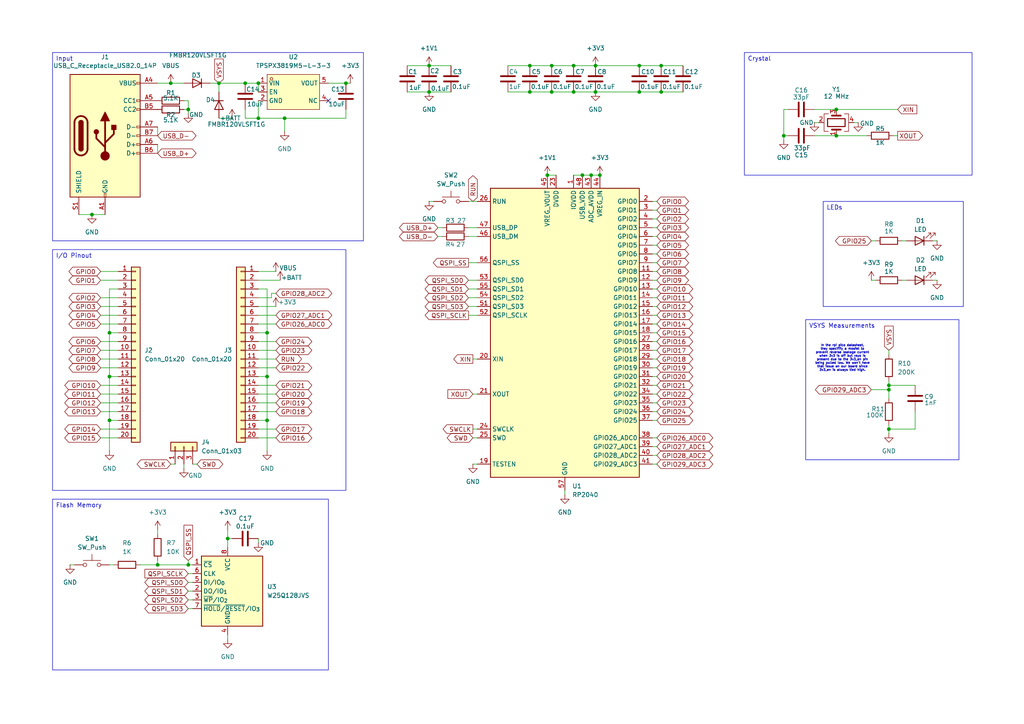
<source format=kicad_sch>
(kicad_sch (version 20250114) (generator "eeschema") (generator_version "9.0")
  (paper "A4")
  (lib_symbols
    (symbol "Connector:USB_C_Receptacle_USB2.0_14P" (pin_names (offset 1.016))
      (property "Reference" "J" (at 0 22.225 0))
      (property "Value" "USB_C_Receptacle_USB2.0_14P" (at 0 19.685 0))
      (symbol "USB_C_Receptacle_USB2.0_14P_1_1"
        (pin passive line (at -7.62 -22.86 90) (length 5.08) (name "SHIELD") (number "S1"))
        (pin passive line (at 0 -22.86 90) (length 5.08) (name "GND") (number "A1"))
        (pin passive line (at 0 -22.86 90) (length 5.08) (hide yes) (name "GND") (number "A12"))
        (pin passive line (at 0 -22.86 90) (length 5.08) (hide yes) (name "GND") (number "B1"))
        (pin passive line (at 0 -22.86 90) (length 5.08) (hide yes) (name "GND") (number "B12"))
        (pin passive line (at 15.24 15.24 180) (length 5.08) (name "VBUS") (number "A4"))
        (pin passive line (at 15.24 15.24 180) (length 5.08) (hide yes) (name "VBUS") (number "A9"))
        (pin passive line (at 15.24 15.24 180) (length 5.08) (hide yes) (name "VBUS") (number "B4"))
        (pin passive line (at 15.24 15.24 180) (length 5.08) (hide yes) (name "VBUS") (number "B9"))
        (pin bidirectional line (at 15.24 10.16 180) (length 5.08) (name "CC1") (number "A5"))
        (pin bidirectional line (at 15.24 7.62 180) (length 5.08) (name "CC2") (number "B5"))
        (pin bidirectional line (at 15.24 2.54 180) (length 5.08) (name "D-") (number "A7"))
        (pin bidirectional line (at 15.24 0 180) (length 5.08) (name "D-") (number "B7"))
        (pin bidirectional line (at 15.24 -2.54 180) (length 5.08) (name "D+") (number "A6"))
        (pin bidirectional line (at 15.24 -5.08 180) (length 5.08) (name "D+") (number "B6"))
      )
    )
    (symbol "Connector_Generic:Conn_01x03" (pin_names (offset 1.016) (hide yes))
      (property "Reference" "J" (at 0 5.08 0))
      (property "Value" "Conn_01x03" (at 0 -5.08 0))
      (symbol "Conn_01x03_1_1"
        (pin passive line (at -5.08 2.54 0) (length 3.81) (name "Pin_1") (number "1"))
        (pin passive line (at -5.08 0 0) (length 3.81) (name "Pin_2") (number "2"))
        (pin passive line (at -5.08 -2.54 0) (length 3.81) (name "Pin_3") (number "3"))
      )
    )
    (symbol "Connector_Generic:Conn_01x20" (pin_names (offset 1.016) (hide yes))
      (property "Reference" "J" (at 0 25.4 0))
      (property "Value" "Conn_01x20" (at 0 -27.94 0))
      (symbol "Conn_01x20_1_1"
        (pin passive line (at -5.08 22.86 0) (length 3.81) (name "Pin_1") (number "1"))
        (pin passive line (at -5.08 20.32 0) (length 3.81) (name "Pin_2") (number "2"))
        (pin passive line (at -5.08 17.78 0) (length 3.81) (name "Pin_3") (number "3"))
        (pin passive line (at -5.08 15.24 0) (length 3.81) (name "Pin_4") (number "4"))
        (pin passive line (at -5.08 12.7 0) (length 3.81) (name "Pin_5") (number "5"))
        (pin passive line (at -5.08 10.16 0) (length 3.81) (name "Pin_6") (number "6"))
        (pin passive line (at -5.08 7.62 0) (length 3.81) (name "Pin_7") (number "7"))
        (pin passive line (at -5.08 5.08 0) (length 3.81) (name "Pin_8") (number "8"))
        (pin passive line (at -5.08 2.54 0) (length 3.81) (name "Pin_9") (number "9"))
        (pin passive line (at -5.08 0 0) (length 3.81) (name "Pin_10") (number "10"))
        (pin passive line (at -5.08 -2.54 0) (length 3.81) (name "Pin_11") (number "11"))
        (pin passive line (at -5.08 -5.08 0) (length 3.81) (name "Pin_12") (number "12"))
        (pin passive line (at -5.08 -7.62 0) (length 3.81) (name "Pin_13") (number "13"))
        (pin passive line (at -5.08 -10.16 0) (length 3.81) (name "Pin_14") (number "14"))
        (pin passive line (at -5.08 -12.7 0) (length 3.81) (name "Pin_15") (number "15"))
        (pin passive line (at -5.08 -15.24 0) (length 3.81) (name "Pin_16") (number "16"))
        (pin passive line (at -5.08 -17.78 0) (length 3.81) (name "Pin_17") (number "17"))
        (pin passive line (at -5.08 -20.32 0) (length 3.81) (name "Pin_18") (number "18"))
        (pin passive line (at -5.08 -22.86 0) (length 3.81) (name "Pin_19") (number "19"))
        (pin passive line (at -5.08 -25.4 0) (length 3.81) (name "Pin_20") (number "20"))
      )
    )
    (symbol "Device:C" (pin_numbers (hide yes)) (pin_names (offset 0.254))
      (property "Reference" "C" (at 0.635 2.54 0))
      (property "Value" "C" (at 0.635 -2.54 0))
      (symbol "C_1_1"
        (pin passive line (at 0 3.81 270) (length 2.794) (name "~") (number "1"))
        (pin passive line (at 0 -3.81 90) (length 2.794) (name "~") (number "2"))
      )
    )
    (symbol "Device:Crystal_GND24" (pin_names (offset 1.016) (hide yes))
      (property "Reference" "Y" (at 3.175 5.08 0))
      (property "Value" "Crystal_GND24" (at 3.175 3.175 0))
      (symbol "Crystal_GND24_1_1"
        (pin passive line (at -3.81 0 0) (length 1.27) (name "1") (number "1"))
        (pin passive line (at 0 5.08 270) (length 1.27) (name "2") (number "2"))
        (pin passive line (at 0 -5.08 90) (length 1.27) (name "4") (number "4"))
        (pin passive line (at 3.81 0 180) (length 1.27) (name "3") (number "3"))
      )
    )
    (symbol "Device:D" (pin_numbers (hide yes)) (pin_names (offset 1.016) (hide yes))
      (property "Reference" "D" (at 0 2.54 0))
      (property "Value" "D" (at 0 -2.54 0))
      (symbol "D_1_1"
        (pin passive line (at -3.81 0 0) (length 2.54) (name "K") (number "1"))
        (pin passive line (at 3.81 0 180) (length 2.54) (name "A") (number "2"))
      )
    )
    (symbol "Device:LED" (pin_numbers (hide yes)) (pin_names (offset 1.016) (hide yes))
      (property "Reference" "D" (at 0 2.54 0))
      (property "Value" "LED" (at 0 -2.54 0))
      (symbol "LED_1_1"
        (pin passive line (at -3.81 0 0) (length 2.54) (name "K") (number "1"))
        (pin passive line (at 3.81 0 180) (length 2.54) (name "A") (number "2"))
      )
    )
    (symbol "Device:R" (pin_numbers (hide yes)) (pin_names (offset 0))
      (property "Reference" "R" (at 2.032 0 90))
      (property "Value" "R" (at 0 0 90))
      (symbol "R_1_1"
        (pin passive line (at 0 3.81 270) (length 1.27) (name "~") (number "1"))
        (pin passive line (at 0 -3.81 90) (length 1.27) (name "~") (number "2"))
      )
    )
    (symbol "EasyEDA:TPSPX3819M5-L-3-3"
      (property "Reference" "U" (at 0 2.54 0))
      (property "Value" "TPSPX3819M5-L-3-3" (at 0 -12.7 0))
      (symbol "TPSPX3819M5-L-3-3_0_1"
        (pin unspecified line (at 0 -2.54 0) (length 2.54) (name "VIN") (number "1"))
        (pin unspecified line (at 0 -5.08 0) (length 2.54) (name "EN") (number "3"))
        (pin unspecified line (at 0 -7.62 0) (length 2.54) (name "GND") (number "2"))
        (pin unspecified line (at 20.32 -2.54 180) (length 2.54) (name "VOUT") (number "5"))
        (pin unspecified line (at 20.32 -7.62 180) (length 2.54) (name "NC") (number "4"))
      )
    )
    (symbol "MCU_RaspberryPi:RP2040"
      (property "Reference" "U" (at 17.78 45.72 0))
      (property "Value" "RP2040" (at 17.78 43.18 0))
      (symbol "RP2040_1_1"
        (pin input line (at -25.4 38.1 0) (length 3.81) (name "RUN") (number "26"))
        (pin bidirectional line (at -25.4 30.48 0) (length 3.81) (name "USB_DP") (number "47"))
        (pin bidirectional line (at -25.4 27.94 0) (length 3.81) (name "USB_DM") (number "46"))
        (pin bidirectional line (at -25.4 20.32 0) (length 3.81) (name "QSPI_SS") (number "56"))
        (pin bidirectional line (at -25.4 15.24 0) (length 3.81) (name "QSPI_SD0") (number "53"))
        (pin bidirectional line (at -25.4 12.7 0) (length 3.81) (name "QSPI_SD1") (number "55"))
        (pin bidirectional line (at -25.4 10.16 0) (length 3.81) (name "QSPI_SD2") (number "54"))
        (pin bidirectional line (at -25.4 7.62 0) (length 3.81) (name "QSPI_SD3") (number "51"))
        (pin output line (at -25.4 5.08 0) (length 3.81) (name "QSPI_SCLK") (number "52"))
        (pin input line (at -25.4 -7.62 0) (length 3.81) (name "XIN") (number "20"))
        (pin passive line (at -25.4 -17.78 0) (length 3.81) (name "XOUT") (number "21"))
        (pin input line (at -25.4 -27.94 0) (length 3.81) (name "SWCLK") (number "24"))
        (pin bidirectional line (at -25.4 -30.48 0) (length 3.81) (name "SWD") (number "25"))
        (pin input line (at -25.4 -38.1 0) (length 3.81) (name "TESTEN") (number "19"))
        (pin power_out line (at -5.08 45.72 270) (length 3.81) (name "VREG_VOUT") (number "45"))
        (pin power_in line (at -2.54 45.72 270) (length 3.81) (name "DVDD") (number "23"))
        (pin passive line (at -2.54 45.72 270) (length 3.81) (hide yes) (name "DVDD") (number "50"))
        (pin power_in line (at 0 -45.72 90) (length 3.81) (name "GND") (number "57"))
        (pin power_in line (at 2.54 45.72 270) (length 3.81) (name "IOVDD") (number "1"))
        (pin passive line (at 2.54 45.72 270) (length 3.81) (hide yes) (name "IOVDD") (number "10"))
        (pin passive line (at 2.54 45.72 270) (length 3.81) (hide yes) (name "IOVDD") (number "22"))
        (pin passive line (at 2.54 45.72 270) (length 3.81) (hide yes) (name "IOVDD") (number "33"))
        (pin passive line (at 2.54 45.72 270) (length 3.81) (hide yes) (name "IOVDD") (number "42"))
        (pin passive line (at 2.54 45.72 270) (length 3.81) (hide yes) (name "IOVDD") (number "49"))
        (pin power_in line (at 5.08 45.72 270) (length 3.81) (name "USB_VDD") (number "48"))
        (pin power_in line (at 7.62 45.72 270) (length 3.81) (name "ADC_AVDD") (number "43"))
        (pin power_in line (at 10.16 45.72 270) (length 3.81) (name "VREG_IN") (number "44"))
        (pin bidirectional line (at 25.4 38.1 180) (length 3.81) (name "GPIO0") (number "2"))
        (pin bidirectional line (at 25.4 35.56 180) (length 3.81) (name "GPIO1") (number "3"))
        (pin bidirectional line (at 25.4 33.02 180) (length 3.81) (name "GPIO2") (number "4"))
        (pin bidirectional line (at 25.4 30.48 180) (length 3.81) (name "GPIO3") (number "5"))
        (pin bidirectional line (at 25.4 27.94 180) (length 3.81) (name "GPIO4") (number "6"))
        (pin bidirectional line (at 25.4 25.4 180) (length 3.81) (name "GPIO5") (number "7"))
        (pin bidirectional line (at 25.4 22.86 180) (length 3.81) (name "GPIO6") (number "8"))
        (pin bidirectional line (at 25.4 20.32 180) (length 3.81) (name "GPIO7") (number "9"))
        (pin bidirectional line (at 25.4 17.78 180) (length 3.81) (name "GPIO8") (number "11"))
        (pin bidirectional line (at 25.4 15.24 180) (length 3.81) (name "GPIO9") (number "12"))
        (pin bidirectional line (at 25.4 12.7 180) (length 3.81) (name "GPIO10") (number "13"))
        (pin bidirectional line (at 25.4 10.16 180) (length 3.81) (name "GPIO11") (number "14"))
        (pin bidirectional line (at 25.4 7.62 180) (length 3.81) (name "GPIO12") (number "15"))
        (pin bidirectional line (at 25.4 5.08 180) (length 3.81) (name "GPIO13") (number "16"))
        (pin bidirectional line (at 25.4 2.54 180) (length 3.81) (name "GPIO14") (number "17"))
        (pin bidirectional line (at 25.4 0 180) (length 3.81) (name "GPIO15") (number "18"))
        (pin bidirectional line (at 25.4 -2.54 180) (length 3.81) (name "GPIO16") (number "27"))
        (pin bidirectional line (at 25.4 -5.08 180) (length 3.81) (name "GPIO17") (number "28"))
        (pin bidirectional line (at 25.4 -7.62 180) (length 3.81) (name "GPIO18") (number "29"))
        (pin bidirectional line (at 25.4 -10.16 180) (length 3.81) (name "GPIO19") (number "30"))
        (pin bidirectional line (at 25.4 -12.7 180) (length 3.81) (name "GPIO20") (number "31"))
        (pin bidirectional line (at 25.4 -15.24 180) (length 3.81) (name "GPIO21") (number "32"))
        (pin bidirectional line (at 25.4 -17.78 180) (length 3.81) (name "GPIO22") (number "34"))
        (pin bidirectional line (at 25.4 -20.32 180) (length 3.81) (name "GPIO23") (number "35"))
        (pin bidirectional line (at 25.4 -22.86 180) (length 3.81) (name "GPIO24") (number "36"))
        (pin bidirectional line (at 25.4 -25.4 180) (length 3.81) (name "GPIO25") (number "37"))
        (pin bidirectional line (at 25.4 -30.48 180) (length 3.81) (name "GPIO26_ADC0") (number "38"))
        (pin bidirectional line (at 25.4 -33.02 180) (length 3.81) (name "GPIO27_ADC1") (number "39"))
        (pin bidirectional line (at 25.4 -35.56 180) (length 3.81) (name "GPIO28_ADC2") (number "40"))
        (pin bidirectional line (at 25.4 -38.1 180) (length 3.81) (name "GPIO29_ADC3") (number "41"))
      )
    )
    (symbol "Memory_Flash:W25Q128JVS"
      (property "Reference" "U" (at -6.35 11.43 0))
      (property "Value" "W25Q128JVS" (at 7.62 11.43 0))
      (symbol "W25Q128JVS_1_1"
        (pin input line (at -10.16 7.62 0) (length 2.54) (name "~{CS}") (number "1"))
        (pin input line (at -10.16 5.08 0) (length 2.54) (name "CLK") (number "6"))
        (pin bidirectional line (at -10.16 2.54 0) (length 2.54) (name "DI/IO_{0}") (number "5"))
        (pin bidirectional line (at -10.16 0 0) (length 2.54) (name "DO/IO_{1}") (number "2"))
        (pin bidirectional line (at -10.16 -2.54 0) (length 2.54) (name "~{WP}/IO_{2}") (number "3"))
        (pin bidirectional line (at -10.16 -5.08 0) (length 2.54) (name "~{HOLD}/~{RESET}/IO_{3}") (number "7"))
        (pin power_in line (at 0 12.7 270) (length 2.54) (name "VCC") (number "8"))
        (pin power_in line (at 0 -12.7 90) (length 2.54) (name "GND") (number "4"))
      )
    )
    (symbol "Switch:SW_Push" (pin_numbers (hide yes)) (pin_names (offset 1.016) (hide yes))
      (property "Reference" "SW" (at 1.27 2.54 0))
      (property "Value" "SW_Push" (at 0 -1.524 0))
      (symbol "SW_Push_0_1"
        (pin passive line (at -5.08 0 0) (length 2.54) (name "1") (number "1"))
        (pin passive line (at 5.08 0 180) (length 2.54) (name "2") (number "2"))
      )
    )
    (symbol "power:+1V1" (power) (pin_numbers (hide yes)) (pin_names (offset 0) (hide yes))
      (property "Value" "+1V1" (at 0 3.556 0))
      (symbol "+1V1_1_1"
        (pin power_in line (at 0 0 90) (length 0) (name "~") (number "1"))
      )
    )
    (symbol "power:+3V3" (power) (pin_numbers (hide yes)) (pin_names (offset 0) (hide yes))
      (property "Value" "+3V3" (at 0 3.556 0))
      (symbol "+3V3_1_1"
        (pin power_in line (at 0 0 90) (length 0) (name "~") (number "1"))
      )
    )
    (symbol "power:+BATT" (power) (pin_numbers (hide yes)) (pin_names (offset 0) (hide yes))
      (property "Value" "+BATT" (at 0 3.556 0))
      (symbol "+BATT_1_1"
        (pin power_in line (at 0 0 90) (length 0) (name "~") (number "1"))
      )
    )
    (symbol "power:GND" (power) (pin_numbers (hide yes)) (pin_names (offset 0) (hide yes))
      (property "Value" "GND" (at 0 -3.81 0))
      (symbol "GND_1_1"
        (pin power_in line (at 0 0 270) (length 0) (name "~") (number "1"))
      )
    )
    (symbol "power:VBUS" (power) (pin_numbers (hide yes)) (pin_names (offset 0) (hide yes))
      (property "Value" "VBUS" (at 0 3.556 0))
      (symbol "VBUS_1_1"
        (pin power_in line (at 0 0 90) (length 0) (name "~") (number "1"))
      )
    )
  )
  (text "In the rpi pico datasheet,\nthey specifify a mosfet to\nprevent reverse leakage current\nwhen 3v3 is off but vsys is\npresent due to the 3v3_en pin\nbeing pulled low. We won't have\nthat issue on our board since\n3v3_en is always tied high." (at 244.348 103.886 0) (effects (font (size 0.635 0.635))))
  (text_box "Input\n" (at 15.24 15.24 0) (size 90.17 54.61) (margins 0.9525 0.9525 0.9525 0.9525) (effects (font (size 1.27 1.27)) (justify left top)))
  (text_box "LEDs" (at 238.76 58.42 0) (size 40.64 30.48) (margins 0.9525 0.9525 0.9525 0.9525) (effects (font (size 1.27 1.27)) (justify left top)))
  (text_box "VSYS Measurements" (at 233.68 92.71 0) (size 44.45 40.64) (margins 0.9525 0.9525 0.9525 0.9525) (effects (font (size 1.27 1.27)) (justify left top)))
  (text_box "Flash Memory\n" (at 15.24 144.78 0) (size 80.01 49.53) (margins 0.9525 0.9525 0.9525 0.9525) (effects (font (size 1.27 1.27)) (justify left top)))
  (text_box "I/O Pinout" (at 15.24 72.39 0) (size 85.09 69.85) (margins 0.9525 0.9525 0.9525 0.9525) (effects (font (size 1.27 1.27)) (justify left top)))
  (text_box "Crystal" (at 215.9 15.24 0) (size 66.04 35.56) (margins 0.9525 0.9525 0.9525 0.9525) (effects (font (size 1.27 1.27)) (justify left top)))
  (junction (at 100.33 24.13))
  (junction (at 168.91 50.8))
  (junction (at 66.04 156.21))
  (junction (at 242.57 39.37))
  (junction (at 191.77 19.05))
  (junction (at 227.33 39.37))
  (junction (at 173.99 50.8))
  (junction (at 26.67 62.23))
  (junction (at 63.5 24.13))
  (junction (at 49.53 24.13))
  (junction (at 257.81 113.03))
  (junction (at 77.47 121.92))
  (junction (at 77.47 109.22))
  (junction (at 71.12 24.13))
  (junction (at 31.75 96.52))
  (junction (at 82.55 34.29))
  (junction (at 153.67 26.67))
  (junction (at 45.72 163.83))
  (junction (at 160.02 26.67))
  (junction (at 160.02 19.05))
  (junction (at 31.75 109.22))
  (junction (at 242.57 31.75))
  (junction (at 191.77 26.67))
  (junction (at 74.93 24.13))
  (junction (at 185.42 19.05))
  (junction (at 77.47 96.52))
  (junction (at 74.93 34.29))
  (junction (at 124.46 19.05))
  (junction (at 257.81 111.76))
  (junction (at 172.72 19.05))
  (junction (at 166.37 26.67))
  (junction (at 257.81 124.46))
  (junction (at 158.75 50.8))
  (junction (at 172.72 26.67))
  (junction (at 124.46 26.67))
  (junction (at 185.42 26.67))
  (junction (at 54.61 31.75))
  (junction (at 153.67 19.05))
  (junction (at 171.45 50.8))
  (junction (at 54.61 163.83))
  (junction (at 31.75 121.92))
  (junction (at 166.37 19.05))
  (no_connect (at 95.25 29.21))
  (wire (pts (xy 190.5 132.08) (xy 189.23 132.08)))
  (wire (pts (xy 257.81 124.46) (xy 265.43 124.46)))
  (wire (pts (xy 190.5 104.14) (xy 189.23 104.14)))
  (wire (pts (xy 74.93 99.06) (xy 80.01 99.06)))
  (wire (pts (xy 29.21 119.38) (xy 34.29 119.38)))
  (wire (pts (xy 135.89 88.9) (xy 138.43 88.9)))
  (wire (pts (xy 74.93 109.22) (xy 77.47 109.22)))
  (wire (pts (xy 190.5 88.9) (xy 189.23 88.9)))
  (wire (pts (xy 74.93 124.46) (xy 80.01 124.46)))
  (wire (pts (xy 189.23 121.92) (xy 190.5 121.92)))
  (wire (pts (xy 147.32 26.67) (xy 153.67 26.67)))
  (wire (pts (xy 78.74 86.36) (xy 78.74 85.09)))
  (wire (pts (xy 137.16 134.62) (xy 138.43 134.62)))
  (wire (pts (xy 26.67 62.23) (xy 30.48 62.23)))
  (wire (pts (xy 153.67 19.05) (xy 160.02 19.05)))
  (wire (pts (xy 166.37 19.05) (xy 172.72 19.05)))
  (wire (pts (xy 262.89 81.28) (xy 261.62 81.28)))
  (wire (pts (xy 137.16 127) (xy 138.43 127)))
  (wire (pts (xy 29.21 127) (xy 34.29 127)))
  (wire (pts (xy 74.93 106.68) (xy 80.01 106.68)))
  (wire (pts (xy 74.93 111.76) (xy 80.01 111.76)))
  (wire (pts (xy 29.21 114.3) (xy 34.29 114.3)))
  (wire (pts (xy 172.72 19.05) (xy 185.42 19.05)))
  (wire (pts (xy 252.73 81.28) (xy 254 81.28)))
  (wire (pts (xy 54.61 166.37) (xy 55.88 166.37)))
  (wire (pts (xy 118.11 19.05) (xy 124.46 19.05)))
  (wire (pts (xy 82.55 34.29) (xy 100.33 34.29)))
  (wire (pts (xy 31.75 163.83) (xy 33.02 163.83)))
  (wire (pts (xy 74.93 114.3) (xy 80.01 114.3)))
  (wire (pts (xy 74.93 34.29) (xy 82.55 34.29)))
  (wire (pts (xy 74.93 86.36) (xy 78.74 86.36)))
  (wire (pts (xy 45.72 153.67) (xy 45.72 154.94)))
  (wire (pts (xy 171.45 50.8) (xy 173.99 50.8)))
  (wire (pts (xy 78.74 85.09) (xy 80.01 85.09)))
  (wire (pts (xy 227.33 39.37) (xy 228.6 39.37)))
  (wire (pts (xy 82.55 38.1) (xy 82.55 34.29)))
  (wire (pts (xy 124.46 26.67) (xy 130.81 26.67)))
  (wire (pts (xy 63.5 24.13) (xy 71.12 24.13)))
  (wire (pts (xy 135.89 86.36) (xy 138.43 86.36)))
  (wire (pts (xy 29.21 81.28) (xy 34.29 81.28)))
  (wire (pts (xy 45.72 162.56) (xy 45.72 163.83)))
  (wire (pts (xy 190.5 81.28) (xy 189.23 81.28)))
  (wire (pts (xy 74.93 96.52) (xy 77.47 96.52)))
  (wire (pts (xy 77.47 96.52) (xy 77.47 109.22)))
  (wire (pts (xy 127 68.58) (xy 128.27 68.58)))
  (wire (pts (xy 190.5 129.54) (xy 189.23 129.54)))
  (wire (pts (xy 190.5 106.68) (xy 189.23 106.68)))
  (wire (pts (xy 29.21 93.98) (xy 34.29 93.98)))
  (wire (pts (xy 29.21 86.36) (xy 34.29 86.36)))
  (wire (pts (xy 29.21 116.84) (xy 34.29 116.84)))
  (wire (pts (xy 54.61 29.21) (xy 54.61 31.75)))
  (wire (pts (xy 74.93 29.21) (xy 74.93 34.29)))
  (wire (pts (xy 190.5 68.58) (xy 189.23 68.58)))
  (wire (pts (xy 135.89 83.82) (xy 138.43 83.82)))
  (wire (pts (xy 236.22 31.75) (xy 242.57 31.75)))
  (wire (pts (xy 66.04 185.42) (xy 66.04 184.15)))
  (wire (pts (xy 190.5 63.5) (xy 189.23 63.5)))
  (wire (pts (xy 53.34 29.21) (xy 54.61 29.21)))
  (wire (pts (xy 135.89 68.58) (xy 138.43 68.58)))
  (wire (pts (xy 257.81 111.76) (xy 265.43 111.76)))
  (wire (pts (xy 135.89 58.42) (xy 138.43 58.42)))
  (wire (pts (xy 29.21 104.14) (xy 34.29 104.14)))
  (wire (pts (xy 124.46 19.05) (xy 130.81 19.05)))
  (wire (pts (xy 57.15 134.62) (xy 55.88 134.62)))
  (wire (pts (xy 77.47 83.82) (xy 77.47 96.52)))
  (wire (pts (xy 190.5 71.12) (xy 189.23 71.12)))
  (wire (pts (xy 29.21 101.6) (xy 34.29 101.6)))
  (wire (pts (xy 190.5 119.38) (xy 189.23 119.38)))
  (wire (pts (xy 74.93 91.44) (xy 80.01 91.44)))
  (wire (pts (xy 190.5 83.82) (xy 189.23 83.82)))
  (wire (pts (xy 190.5 134.62) (xy 189.23 134.62)))
  (wire (pts (xy 257.81 125.73) (xy 257.81 124.46)))
  (wire (pts (xy 257.81 111.76) (xy 257.81 110.49)))
  (wire (pts (xy 100.33 34.29) (xy 100.33 31.75)))
  (wire (pts (xy 166.37 26.67) (xy 172.72 26.67)))
  (wire (pts (xy 190.5 66.04) (xy 189.23 66.04)))
  (wire (pts (xy 45.72 163.83) (xy 54.61 163.83)))
  (wire (pts (xy 190.5 116.84) (xy 189.23 116.84)))
  (wire (pts (xy 127 66.04) (xy 128.27 66.04)))
  (wire (pts (xy 53.34 24.13) (xy 49.53 24.13)))
  (wire (pts (xy 190.5 93.98) (xy 189.23 93.98)))
  (wire (pts (xy 190.5 60.96) (xy 189.23 60.96)))
  (wire (pts (xy 158.75 50.8) (xy 161.29 50.8)))
  (wire (pts (xy 135.89 66.04) (xy 138.43 66.04)))
  (wire (pts (xy 60.96 24.13) (xy 63.5 24.13)))
  (wire (pts (xy 118.11 26.67) (xy 124.46 26.67)))
  (wire (pts (xy 54.61 162.56) (xy 54.61 163.83)))
  (wire (pts (xy 29.21 91.44) (xy 34.29 91.44)))
  (wire (pts (xy 74.93 101.6) (xy 80.01 101.6)))
  (wire (pts (xy 31.75 96.52) (xy 31.75 109.22)))
  (wire (pts (xy 190.5 96.52) (xy 189.23 96.52)))
  (wire (pts (xy 74.93 81.28) (xy 81.28 81.28)))
  (wire (pts (xy 66.04 153.67) (xy 66.04 156.21)))
  (wire (pts (xy 190.5 101.6) (xy 189.23 101.6)))
  (wire (pts (xy 135.89 91.44) (xy 138.43 91.44)))
  (wire (pts (xy 190.5 127) (xy 189.23 127)))
  (wire (pts (xy 74.93 121.92) (xy 77.47 121.92)))
  (wire (pts (xy 190.5 73.66) (xy 189.23 73.66)))
  (wire (pts (xy 271.78 81.28) (xy 270.51 81.28)))
  (wire (pts (xy 74.93 127) (xy 80.01 127)))
  (wire (pts (xy 71.12 34.29) (xy 74.93 34.29)))
  (wire (pts (xy 29.21 124.46) (xy 34.29 124.46)))
  (wire (pts (xy 172.72 26.67) (xy 185.42 26.67)))
  (wire (pts (xy 247.65 35.56) (xy 248.92 35.56)))
  (wire (pts (xy 66.04 156.21) (xy 66.04 158.75)))
  (wire (pts (xy 271.78 69.85) (xy 270.51 69.85)))
  (wire (pts (xy 29.21 88.9) (xy 34.29 88.9)))
  (wire (pts (xy 190.5 78.74) (xy 189.23 78.74)))
  (wire (pts (xy 74.93 116.84) (xy 80.01 116.84)))
  (wire (pts (xy 190.5 111.76) (xy 189.23 111.76)))
  (wire (pts (xy 74.93 88.9) (xy 80.01 88.9)))
  (wire (pts (xy 34.29 96.52) (xy 31.75 96.52)))
  (wire (pts (xy 135.89 76.2) (xy 138.43 76.2)))
  (wire (pts (xy 74.93 83.82) (xy 77.47 83.82)))
  (wire (pts (xy 135.89 81.28) (xy 138.43 81.28)))
  (wire (pts (xy 160.02 19.05) (xy 166.37 19.05)))
  (wire (pts (xy 54.61 171.45) (xy 55.88 171.45)))
  (wire (pts (xy 54.61 176.53) (xy 55.88 176.53)))
  (wire (pts (xy 257.81 101.6) (xy 257.81 102.87)))
  (wire (pts (xy 54.61 173.99) (xy 55.88 173.99)))
  (wire (pts (xy 236.22 35.56) (xy 237.49 35.56)))
  (wire (pts (xy 153.67 26.67) (xy 160.02 26.67)))
  (wire (pts (xy 257.81 113.03) (xy 257.81 115.57)))
  (wire (pts (xy 77.47 121.92) (xy 77.47 109.22)))
  (wire (pts (xy 31.75 83.82) (xy 31.75 96.52)))
  (wire (pts (xy 252.73 69.85) (xy 254 69.85)))
  (wire (pts (xy 77.47 121.92) (xy 77.47 130.81)))
  (wire (pts (xy 74.93 156.21) (xy 74.93 157.48)))
  (wire (pts (xy 227.33 31.75) (xy 227.33 39.37)))
  (wire (pts (xy 29.21 99.06) (xy 34.29 99.06)))
  (wire (pts (xy 185.42 26.67) (xy 191.77 26.67)))
  (wire (pts (xy 45.72 41.91) (xy 45.72 44.45)))
  (wire (pts (xy 71.12 34.29) (xy 71.12 31.75)))
  (wire (pts (xy 40.64 163.83) (xy 45.72 163.83)))
  (wire (pts (xy 190.5 86.36) (xy 189.23 86.36)))
  (wire (pts (xy 147.32 19.05) (xy 153.67 19.05)))
  (wire (pts (xy 49.53 134.62) (xy 50.8 134.62)))
  (wire (pts (xy 74.93 24.13) (xy 74.93 26.67)))
  (wire (pts (xy 137.16 114.3) (xy 138.43 114.3)))
  (wire (pts (xy 54.61 163.83) (xy 55.88 163.83)))
  (wire (pts (xy 63.5 34.29) (xy 67.31 34.29)))
  (wire (pts (xy 80.01 78.74) (xy 74.93 78.74)))
  (wire (pts (xy 29.21 78.74) (xy 34.29 78.74)))
  (wire (pts (xy 262.89 69.85) (xy 261.62 69.85)))
  (wire (pts (xy 95.25 24.13) (xy 100.33 24.13)))
  (wire (pts (xy 228.6 31.75) (xy 227.33 31.75)))
  (wire (pts (xy 166.37 50.8) (xy 168.91 50.8)))
  (wire (pts (xy 191.77 26.67) (xy 198.12 26.67)))
  (wire (pts (xy 191.77 19.05) (xy 198.12 19.05)))
  (wire (pts (xy 190.5 114.3) (xy 189.23 114.3)))
  (wire (pts (xy 160.02 26.67) (xy 166.37 26.67)))
  (wire (pts (xy 31.75 109.22) (xy 31.75 121.92)))
  (wire (pts (xy 31.75 121.92) (xy 34.29 121.92)))
  (wire (pts (xy 74.93 93.98) (xy 80.01 93.98)))
  (wire (pts (xy 100.33 24.13) (xy 101.6 24.13)))
  (wire (pts (xy 252.73 113.03) (xy 257.81 113.03)))
  (wire (pts (xy 54.61 168.91) (xy 55.88 168.91)))
  (wire (pts (xy 137.16 104.14) (xy 138.43 104.14)))
  (wire (pts (xy 259.08 39.37) (xy 260.35 39.37)))
  (wire (pts (xy 190.5 76.2) (xy 189.23 76.2)))
  (wire (pts (xy 29.21 111.76) (xy 34.29 111.76)))
  (wire (pts (xy 227.33 40.64) (xy 227.33 39.37)))
  (wire (pts (xy 74.93 119.38) (xy 80.01 119.38)))
  (wire (pts (xy 34.29 83.82) (xy 31.75 83.82)))
  (wire (pts (xy 63.5 24.13) (xy 63.5 26.67)))
  (wire (pts (xy 190.5 58.42) (xy 189.23 58.42)))
  (wire (pts (xy 29.21 106.68) (xy 34.29 106.68)))
  (wire (pts (xy 265.43 124.46) (xy 265.43 119.38)))
  (wire (pts (xy 124.46 58.42) (xy 125.73 58.42)))
  (wire (pts (xy 53.34 31.75) (xy 54.61 31.75)))
  (wire (pts (xy 31.75 109.22) (xy 34.29 109.22)))
  (wire (pts (xy 168.91 50.8) (xy 171.45 50.8)))
  (wire (pts (xy 257.81 124.46) (xy 257.81 123.19)))
  (wire (pts (xy 20.32 163.83) (xy 21.59 163.83)))
  (wire (pts (xy 163.83 143.51) (xy 163.83 142.24)))
  (wire (pts (xy 54.61 33.02) (xy 54.61 31.75)))
  (wire (pts (xy 137.16 124.46) (xy 138.43 124.46)))
  (wire (pts (xy 53.34 135.89) (xy 53.34 134.62)))
  (wire (pts (xy 74.93 104.14) (xy 80.01 104.14)))
  (wire (pts (xy 190.5 99.06) (xy 189.23 99.06)))
  (wire (pts (xy 242.57 39.37) (xy 251.46 39.37)))
  (wire (pts (xy 190.5 109.22) (xy 189.23 109.22)))
  (wire (pts (xy 71.12 24.13) (xy 74.93 24.13)))
  (wire (pts (xy 22.86 62.23) (xy 26.67 62.23)))
  (wire (pts (xy 190.5 91.44) (xy 189.23 91.44)))
  (wire (pts (xy 257.81 113.03) (xy 257.81 111.76)))
  (wire (pts (xy 45.72 36.83) (xy 45.72 39.37)))
  (wire (pts (xy 31.75 121.92) (xy 31.75 130.81)))
  (wire (pts (xy 185.42 19.05) (xy 191.77 19.05)))
  (wire (pts (xy 45.72 24.13) (xy 49.53 24.13)))
  (wire (pts (xy 67.31 156.21) (xy 66.04 156.21)))
  (wire (pts (xy 236.22 39.37) (xy 242.57 39.37)))
  (wire (pts (xy 242.57 31.75) (xy 260.35 31.75)))
  (global_label "GPIO26_ADC0" (shape bidirectional) (at 190.5 127 0) (property "Intersheetrefs" "${INTERSHEET_REFS}" (effects (hide yes))))
  (global_label "GPIO12" (shape bidirectional) (at 29.21 116.84 180) (property "Intersheetrefs" "${INTERSHEET_REFS}" (effects (hide yes))))
  (global_label "GPIO29_ADC3" (shape bidirectional) (at 190.5 134.62 0) (property "Intersheetrefs" "${INTERSHEET_REFS}" (effects (hide yes))))
  (global_label "SWD" (shape bidirectional) (at 137.16 127 180) (property "Intersheetrefs" "${INTERSHEET_REFS}" (effects (hide yes))))
  (global_label "QSPI_SD0" (shape bidirectional) (at 135.89 81.28 180) (property "Intersheetrefs" "${INTERSHEET_REFS}" (effects (hide yes))))
  (global_label "GPIO14" (shape bidirectional) (at 29.21 124.46 180) (property "Intersheetrefs" "${INTERSHEET_REFS}" (effects (hide yes))))
  (global_label "GPIO28_ADC2" (shape bidirectional) (at 190.5 132.08 0) (property "Intersheetrefs" "${INTERSHEET_REFS}" (effects (hide yes))))
  (global_label "QSPI_SD2" (shape bidirectional) (at 135.89 86.36 180) (property "Intersheetrefs" "${INTERSHEET_REFS}" (effects (hide yes))))
  (global_label "GPIO26_ADC0" (shape bidirectional) (at 80.01 93.98 0) (property "Intersheetrefs" "${INTERSHEET_REFS}" (effects (hide yes))))
  (global_label "GPIO27_ADC1" (shape bidirectional) (at 80.01 91.44 0) (property "Intersheetrefs" "${INTERSHEET_REFS}" (effects (hide yes))))
  (global_label "GPIO14" (shape bidirectional) (at 190.5 93.98 0) (property "Intersheetrefs" "${INTERSHEET_REFS}" (effects (hide yes))))
  (global_label "GPIO17" (shape bidirectional) (at 80.01 124.46 0) (property "Intersheetrefs" "${INTERSHEET_REFS}" (effects (hide yes))))
  (global_label "QSPI_SCLK" (shape input) (at 54.61 166.37 180) (property "Intersheetrefs" "${INTERSHEET_REFS}" (effects (hide yes))))
  (global_label "GPIO0" (shape bidirectional) (at 29.21 78.74 180) (property "Intersheetrefs" "${INTERSHEET_REFS}" (effects (hide yes))))
  (global_label "GPIO17" (shape bidirectional) (at 190.5 101.6 0) (property "Intersheetrefs" "${INTERSHEET_REFS}" (effects (hide yes))))
  (global_label "GPIO21" (shape bidirectional) (at 190.5 111.76 0) (property "Intersheetrefs" "${INTERSHEET_REFS}" (effects (hide yes))))
  (global_label "GPIO9" (shape bidirectional) (at 29.21 106.68 180) (property "Intersheetrefs" "${INTERSHEET_REFS}" (effects (hide yes))))
  (global_label "GPIO0" (shape bidirectional) (at 190.5 58.42 0) (property "Intersheetrefs" "${INTERSHEET_REFS}" (effects (hide yes))))
  (global_label "USB_D+" (shape bidirectional) (at 45.72 44.45 0) (property "Intersheetrefs" "${INTERSHEET_REFS}" (effects (hide yes))))
  (global_label "GPIO20" (shape bidirectional) (at 80.01 114.3 0) (property "Intersheetrefs" "${INTERSHEET_REFS}" (effects (hide yes))))
  (global_label "QSPI_SCLK" (shape output) (at 135.89 91.44 180) (property "Intersheetrefs" "${INTERSHEET_REFS}" (effects (hide yes))))
  (global_label "SWCLK" (shape output) (at 137.16 124.46 180) (property "Intersheetrefs" "${INTERSHEET_REFS}" (effects (hide yes))))
  (global_label "QSPI_SS" (shape output) (at 135.89 76.2 180) (property "Intersheetrefs" "${INTERSHEET_REFS}" (effects (hide yes))))
  (global_label "GPIO1" (shape bidirectional) (at 29.21 81.28 180) (property "Intersheetrefs" "${INTERSHEET_REFS}" (effects (hide yes))))
  (global_label "GPIO1" (shape bidirectional) (at 190.5 60.96 0) (property "Intersheetrefs" "${INTERSHEET_REFS}" (effects (hide yes))))
  (global_label "GPIO11" (shape bidirectional) (at 190.5 86.36 0) (property "Intersheetrefs" "${INTERSHEET_REFS}" (effects (hide yes))))
  (global_label "GPIO19" (shape bidirectional) (at 80.01 116.84 0) (property "Intersheetrefs" "${INTERSHEET_REFS}" (effects (hide yes))))
  (global_label "GPIO11" (shape bidirectional) (at 29.21 114.3 180) (property "Intersheetrefs" "${INTERSHEET_REFS}" (effects (hide yes))))
  (global_label "GPIO16" (shape bidirectional) (at 80.01 127 0) (property "Intersheetrefs" "${INTERSHEET_REFS}" (effects (hide yes))))
  (global_label "GPIO24" (shape bidirectional) (at 80.01 99.06 0) (property "Intersheetrefs" "${INTERSHEET_REFS}" (effects (hide yes))))
  (global_label "GPIO27_ADC1" (shape bidirectional) (at 190.5 129.54 0) (property "Intersheetrefs" "${INTERSHEET_REFS}" (effects (hide yes))))
  (global_label "GPIO2" (shape bidirectional) (at 190.5 63.5 0) (property "Intersheetrefs" "${INTERSHEET_REFS}" (effects (hide yes))))
  (global_label "GPIO8" (shape bidirectional) (at 190.5 78.74 0) (property "Intersheetrefs" "${INTERSHEET_REFS}" (effects (hide yes))))
  (global_label "GPIO16" (shape bidirectional) (at 190.5 99.06 0) (property "Intersheetrefs" "${INTERSHEET_REFS}" (effects (hide yes))))
  (global_label "XIN" (shape input) (at 260.35 31.75 0) (property "Intersheetrefs" "${INTERSHEET_REFS}" (effects (hide yes))))
  (global_label "USB_D-" (shape bidirectional) (at 45.72 39.37 0) (property "Intersheetrefs" "${INTERSHEET_REFS}" (effects (hide yes))))
  (global_label "VSYS" (shape input) (at 257.81 101.6 90) (property "Intersheetrefs" "${INTERSHEET_REFS}" (effects (hide yes))))
  (global_label "GPIO2" (shape bidirectional) (at 29.21 86.36 180) (property "Intersheetrefs" "${INTERSHEET_REFS}" (effects (hide yes))))
  (global_label "GPIO15" (shape bidirectional) (at 190.5 96.52 0) (property "Intersheetrefs" "${INTERSHEET_REFS}" (effects (hide yes))))
  (global_label "GPIO6" (shape bidirectional) (at 190.5 73.66 0) (property "Intersheetrefs" "${INTERSHEET_REFS}" (effects (hide yes))))
  (global_label "GPIO22" (shape bidirectional) (at 80.01 106.68 0) (property "Intersheetrefs" "${INTERSHEET_REFS}" (effects (hide yes))))
  (global_label "GPIO18" (shape bidirectional) (at 80.01 119.38 0) (property "Intersheetrefs" "${INTERSHEET_REFS}" (effects (hide yes))))
  (global_label "GPIO4" (shape bidirectional) (at 29.21 91.44 180) (property "Intersheetrefs" "${INTERSHEET_REFS}" (effects (hide yes))))
  (global_label "RUN" (shape bidirectional) (at 137.16 58.42 90) (property "Intersheetrefs" "${INTERSHEET_REFS}" (effects (hide yes))))
  (global_label "GPIO23" (shape bidirectional) (at 190.5 116.84 0) (property "Intersheetrefs" "${INTERSHEET_REFS}" (effects (hide yes))))
  (global_label "GPIO29_ADC3" (shape bidirectional) (at 252.73 113.03 180) (property "Intersheetrefs" "${INTERSHEET_REFS}" (effects (hide yes))))
  (global_label "GPIO10" (shape bidirectional) (at 190.5 83.82 0) (property "Intersheetrefs" "${INTERSHEET_REFS}" (effects (hide yes))))
  (global_label "GPIO21" (shape bidirectional) (at 80.01 111.76 0) (property "Intersheetrefs" "${INTERSHEET_REFS}" (effects (hide yes))))
  (global_label "GPIO5" (shape bidirectional) (at 29.21 93.98 180) (property "Intersheetrefs" "${INTERSHEET_REFS}" (effects (hide yes))))
  (global_label "QSPI_SD2" (shape bidirectional) (at 54.61 173.99 180) (property "Intersheetrefs" "${INTERSHEET_REFS}" (effects (hide yes))))
  (global_label "GPIO28_ADC2" (shape bidirectional) (at 80.01 85.09 0) (property "Intersheetrefs" "${INTERSHEET_REFS}" (effects (hide yes))))
  (global_label "GPIO24" (shape bidirectional) (at 190.5 119.38 0) (property "Intersheetrefs" "${INTERSHEET_REFS}" (effects (hide yes))))
  (global_label "GPIO3" (shape bidirectional) (at 29.21 88.9 180) (property "Intersheetrefs" "${INTERSHEET_REFS}" (effects (hide yes))))
  (global_label "USB_D-" (shape bidirectional) (at 127 68.58 180) (property "Intersheetrefs" "${INTERSHEET_REFS}" (effects (hide yes))))
  (global_label "QSPI_SD3" (shape bidirectional) (at 135.89 88.9 180) (property "Intersheetrefs" "${INTERSHEET_REFS}" (effects (hide yes))))
  (global_label "GPIO13" (shape bidirectional) (at 190.5 91.44 0) (property "Intersheetrefs" "${INTERSHEET_REFS}" (effects (hide yes))))
  (global_label "GPIO20" (shape bidirectional) (at 190.5 109.22 0) (property "Intersheetrefs" "${INTERSHEET_REFS}" (effects (hide yes))))
  (global_label "GPIO19" (shape bidirectional) (at 190.5 106.68 0) (property "Intersheetrefs" "${INTERSHEET_REFS}" (effects (hide yes))))
  (global_label "RUN" (shape bidirectional) (at 80.01 104.14 0) (property "Intersheetrefs" "${INTERSHEET_REFS}" (effects (hide yes))))
  (global_label "GPIO4" (shape bidirectional) (at 190.5 68.58 0) (property "Intersheetrefs" "${INTERSHEET_REFS}" (effects (hide yes))))
  (global_label "QSPI_SD1" (shape bidirectional) (at 54.61 171.45 180) (property "Intersheetrefs" "${INTERSHEET_REFS}" (effects (hide yes))))
  (global_label "XOUT" (shape output) (at 260.35 39.37 0) (property "Intersheetrefs" "${INTERSHEET_REFS}" (effects (hide yes))))
  (global_label "QSPI_SD3" (shape bidirectional) (at 54.61 176.53 180) (property "Intersheetrefs" "${INTERSHEET_REFS}" (effects (hide yes))))
  (global_label "GPIO10" (shape bidirectional) (at 29.21 111.76 180) (property "Intersheetrefs" "${INTERSHEET_REFS}" (effects (hide yes))))
  (global_label "GPIO13" (shape bidirectional) (at 29.21 119.38 180) (property "Intersheetrefs" "${INTERSHEET_REFS}" (effects (hide yes))))
  (global_label "GPIO15" (shape bidirectional) (at 29.21 127 180) (property "Intersheetrefs" "${INTERSHEET_REFS}" (effects (hide yes))))
  (global_label "USB_D+" (shape bidirectional) (at 127 66.04 180) (property "Intersheetrefs" "${INTERSHEET_REFS}" (effects (hide yes))))
  (global_label "GPIO25" (shape bidirectional) (at 252.73 69.85 180) (property "Intersheetrefs" "${INTERSHEET_REFS}" (effects (hide yes))))
  (global_label "XIN" (shape output) (at 137.16 104.14 180) (property "Intersheetrefs" "${INTERSHEET_REFS}" (effects (hide yes))))
  (global_label "GPIO25" (shape bidirectional) (at 190.5 121.92 0) (property "Intersheetrefs" "${INTERSHEET_REFS}" (effects (hide yes))))
  (global_label "GPIO3" (shape bidirectional) (at 190.5 66.04 0) (property "Intersheetrefs" "${INTERSHEET_REFS}" (effects (hide yes))))
  (global_label "QSPI_SD0" (shape bidirectional) (at 54.61 168.91 180) (property "Intersheetrefs" "${INTERSHEET_REFS}" (effects (hide yes))))
  (global_label "VSYS" (shape input) (at 63.5 24.13 90) (property "Intersheetrefs" "${INTERSHEET_REFS}" (effects (hide yes))))
  (global_label "SWCLK" (shape bidirectional) (at 49.53 134.62 180) (property "Intersheetrefs" "${INTERSHEET_REFS}" (effects (hide yes))))
  (global_label "QSPI_SS" (shape input) (at 54.61 162.56 90) (property "Intersheetrefs" "${INTERSHEET_REFS}" (effects (hide yes))))
  (global_label "GPIO18" (shape bidirectional) (at 190.5 104.14 0) (property "Intersheetrefs" "${INTERSHEET_REFS}" (effects (hide yes))))
  (global_label "GPIO8" (shape bidirectional) (at 29.21 104.14 180) (property "Intersheetrefs" "${INTERSHEET_REFS}" (effects (hide yes))))
  (global_label "GPIO6" (shape bidirectional) (at 29.21 99.06 180) (property "Intersheetrefs" "${INTERSHEET_REFS}" (effects (hide yes))))
  (global_label "GPIO22" (shape bidirectional) (at 190.5 114.3 0) (property "Intersheetrefs" "${INTERSHEET_REFS}" (effects (hide yes))))
  (global_label "GPIO23" (shape bidirectional) (at 80.01 101.6 0) (property "Intersheetrefs" "${INTERSHEET_REFS}" (effects (hide yes))))
  (global_label "QSPI_SD1" (shape bidirectional) (at 135.89 83.82 180) (property "Intersheetrefs" "${INTERSHEET_REFS}" (effects (hide yes))))
  (global_label "GPIO7" (shape bidirectional) (at 29.21 101.6 180) (property "Intersheetrefs" "${INTERSHEET_REFS}" (effects (hide yes))))
  (global_label "GPIO5" (shape bidirectional) (at 190.5 71.12 0) (property "Intersheetrefs" "${INTERSHEET_REFS}" (effects (hide yes))))
  (global_label "GPIO9" (shape bidirectional) (at 190.5 81.28 0) (property "Intersheetrefs" "${INTERSHEET_REFS}" (effects (hide yes))))
  (global_label "GPIO7" (shape bidirectional) (at 190.5 76.2 0) (property "Intersheetrefs" "${INTERSHEET_REFS}" (effects (hide yes))))
  (global_label "SWD" (shape bidirectional) (at 57.15 134.62 0) (property "Intersheetrefs" "${INTERSHEET_REFS}" (effects (hide yes))))
  (global_label "GPIO12" (shape bidirectional) (at 190.5 88.9 0) (property "Intersheetrefs" "${INTERSHEET_REFS}" (effects (hide yes))))
  (global_label "XOUT" (shape input) (at 137.16 114.3 180) (property "Intersheetrefs" "${INTERSHEET_REFS}" (effects (hide yes))))
  (symbol (lib_id "power:GND") (at 271.78 69.85 0) (unit 1)
    (property "Reference" "#PWR027" (effects (hide yes)))
    (property "Value" "GND" (at 271.78 74.93 0))
    (property "Description" "Power symbol creates a global label with name \"GND\" , ground" (effects (hide yes)))
  )
  (symbol (lib_id "power:VBUS") (at 80.01 78.74 0) (unit 1)
    (property "Reference" "#PWR025" (effects (hide yes)))
    (property "Value" "VBUS" (at 83.566 77.724 0))
    (property "Description" "Power symbol creates a global label with name \"VBUS\"" (effects (hide yes)))
  )
  (symbol (lib_id "Device:C") (at 118.11 22.86 0) (unit 1)
    (property "Reference" "C1" (at 118.364 20.828 0) (effects (justify left)))
    (property "Value" "1uF" (at 118.618 25.4 0) (effects (justify left)))
    (property "Footprint" "Capacitor_SMD:C_0402_1005Metric" (effects (hide yes)))
    (property "Description" "Unpolarized capacitor" (effects (hide yes)))
  )
  (symbol (lib_id "power:GND") (at 124.46 58.42 0) (unit 1)
    (property "Reference" "#PWR033" (effects (hide yes)))
    (property "Value" "GND" (at 124.46 63.5 0))
    (property "Description" "Power symbol creates a global label with name \"GND\" , ground" (effects (hide yes)))
  )
  (symbol (lib_id "Device:C") (at 71.12 27.94 0) (unit 1)
    (property "Reference" "C14" (at 71.374 25.908 0) (effects (justify left)))
    (property "Value" "10uF" (at 71.628 30.226 0) (effects (justify left)))
    (property "Footprint" "Capacitor_SMD:C_0603_1608Metric" (effects (hide yes)))
    (property "Description" "Unpolarized capacitor" (effects (hide yes)))
  )
  (symbol (lib_id "power:GND") (at 31.75 130.81 0) (unit 1)
    (property "Reference" "#PWR022" (effects (hide yes)))
    (property "Value" "GND" (at 31.75 135.89 0))
    (property "Description" "Power symbol creates a global label with name \"GND\" , ground" (effects (hide yes)))
  )
  (symbol (lib_id "Device:Crystal_GND24") (at 242.57 35.56 90) (unit 1)
    (property "Reference" "Y1" (at 242.57 25.908 90))
    (property "Value" "12 MHz" (at 242.57 27.94 90))
    (property "Footprint" "Crystal:Crystal_SMD_3225-4Pin_3.2x2.5mm" (effects (hide yes)))
    (property "Description" "Four pin crystal, GND on pins 2 and 4" (effects (hide yes)))
  )
  (symbol (lib_id "Device:C") (at 191.77 22.86 0) (unit 1)
    (property "Reference" "C11" (at 192.278 20.828 0) (effects (justify left)))
    (property "Value" "0.1uF" (at 192.024 25.146 0) (effects (justify left)))
    (property "Footprint" "Capacitor_SMD:C_0402_1005Metric" (effects (hide yes)))
    (property "Description" "Unpolarized capacitor" (effects (hide yes)))
  )
  (symbol (lib_id "Device:D") (at 57.15 24.13 180) (unit 1)
    (property "Reference" "D3" (at 56.896 21.844 0))
    (property "Value" "FMBR120VLSFT1G" (at 57.404 16.002 0))
    (property "Footprint" "EasyEDA:SOD-123FL_L2.8-W1.8-LS3.8-RD" (effects (hide yes)))
    (property "Description" "Diode" (effects (hide yes)))
    (property "Sim.Device" "D" (effects (hide yes)))
    (property "Sim.Pins" "1=K 2=A" (effects (hide yes)))
  )
  (symbol (lib_id "power:+BATT") (at 81.28 81.28 0) (unit 1)
    (property "Reference" "#PWR030" (effects (hide yes)))
    (property "Value" "+BATT" (at 84.582 80.518 0))
    (property "Description" "Power symbol creates a global label with name \"+BATT\"" (effects (hide yes)))
  )
  (symbol (lib_id "power:GND") (at 82.55 38.1 0) (unit 1)
    (property "Reference" "#PWR010" (effects (hide yes)))
    (property "Value" "GND" (at 82.55 43.18 0))
    (property "Description" "Power symbol creates a global label with name \"GND\" , ground" (effects (hide yes)))
  )
  (symbol (lib_id "power:+3V3") (at 172.72 19.05 0) (unit 1)
    (property "Reference" "#PWR03" (effects (hide yes)))
    (property "Value" "+3V3" (at 172.72 13.97 0))
    (property "Description" "Power symbol creates a global label with name \"+3V3\"" (effects (hide yes)))
  )
  (symbol (lib_id "Device:R") (at 49.53 29.21 90) (unit 1)
    (property "Reference" "R1" (at 49.53 26.924 90))
    (property "Value" "5.1K" (at 49.53 28.448 90))
    (property "Footprint" "Resistor_SMD:R_0402_1005Metric" (effects (hide yes)))
    (property "Description" "Resistor" (effects (hide yes)))
  )
  (symbol (lib_id "power:+3V3") (at 101.6 24.13 0) (unit 1)
    (property "Reference" "#PWR011" (effects (hide yes)))
    (property "Value" "+3V3" (at 101.6 19.05 0))
    (property "Description" "Power symbol creates a global label with name \"+3V3\"" (effects (hide yes)))
  )
  (symbol (lib_id "power:+BATT") (at 67.31 34.29 0) (unit 1)
    (property "Reference" "#PWR031" (effects (hide yes)))
    (property "Value" "+BATT" (at 66.802 34.29 0))
    (property "Description" "Power symbol creates a global label with name \"+BATT\"" (effects (hide yes)))
  )
  (symbol (lib_id "Device:R") (at 257.81 106.68 0) (unit 1)
    (property "Reference" "R10" (at 260.35 105.4099 0) (effects (justify left)))
    (property "Value" "200K" (at 260.35 107.9499 0) (effects (justify left)))
    (property "Footprint" "Resistor_SMD:R_0402_1005Metric" (effects (hide yes)))
    (property "Description" "Resistor" (effects (hide yes)))
  )
  (symbol (lib_id "power:GND") (at 26.67 62.23 0) (unit 1)
    (property "Reference" "#PWR08" (effects (hide yes)))
    (property "Value" "GND" (at 26.67 67.31 0))
    (property "Description" "Power symbol creates a global label with name \"GND\" , ground" (effects (hide yes)))
  )
  (symbol (lib_id "power:GND") (at 271.78 81.28 0) (unit 1)
    (property "Reference" "#PWR028" (effects (hide yes)))
    (property "Value" "GND" (at 271.78 86.36 0))
    (property "Description" "Power symbol creates a global label with name \"GND\" , ground" (effects (hide yes)))
  )
  (symbol (lib_id "Device:C") (at 147.32 22.86 0) (unit 1)
    (property "Reference" "C4" (at 147.574 20.828 0) (effects (justify left)))
    (property "Value" "1uF" (at 147.574 25.146 0) (effects (justify left)))
    (property "Footprint" "Capacitor_SMD:C_0402_1005Metric" (effects (hide yes)))
    (property "Description" "Unpolarized capacitor" (effects (hide yes)))
  )
  (symbol (lib_id "Device:R") (at 132.08 68.58 90) (unit 1)
    (property "Reference" "R4" (at 130.556 70.866 90))
    (property "Value" "27" (at 133.604 70.866 90))
    (property "Footprint" "Resistor_SMD:R_0402_1005Metric" (effects (hide yes)))
    (property "Description" "Resistor" (effects (hide yes)))
  )
  (symbol (lib_id "Device:C") (at 124.46 22.86 0) (unit 1)
    (property "Reference" "C2" (at 124.714 20.574 0) (effects (justify left)))
    (property "Value" "0.1uF" (at 124.968 25.654 0) (effects (justify left)))
    (property "Footprint" "Capacitor_SMD:C_0402_1005Metric" (effects (hide yes)))
    (property "Description" "Unpolarized capacitor" (effects (hide yes)))
  )
  (symbol (lib_id "MCU_RaspberryPi:RP2040") (at 163.83 96.52 0) (unit 1)
    (property "Reference" "U1" (at 165.9733 140.97 0) (effects (justify left)))
    (property "Value" "RP2040" (at 165.9733 143.51 0) (effects (justify left)))
    (property "Footprint" "Package_DFN_QFN:QFN-56-1EP_7x7mm_P0.4mm_EP3.2x3.2mm" (effects (hide yes)))
    (property "Datasheet" "https://datasheets.raspberrypi.com/rp2040/rp2040-datasheet.pdf" (effects (hide yes)))
    (property "Description" "A microcontroller by Raspberry Pi" (effects (hide yes)))
  )
  (symbol (lib_id "power:GND") (at 257.81 125.73 0) (unit 1)
    (property "Reference" "#PWR032" (effects (hide yes)))
    (property "Value" "GND" (at 257.81 130.81 0))
    (property "Description" "Power symbol creates a global label with name \"GND\" , ground" (effects (hide yes)))
  )
  (symbol (lib_id "power:+3V3") (at 45.72 153.67 0) (unit 1)
    (property "Reference" "#PWR019" (effects (hide yes)))
    (property "Value" "+3V3" (at 45.72 148.59 0))
    (property "Description" "Power symbol creates a global label with name \"+3V3\"" (effects (hide yes)))
  )
  (symbol (lib_id "Switch:SW_Push") (at 26.67 163.83 0) (unit 1)
    (property "Reference" "SW1" (at 26.67 156.21 0))
    (property "Value" "SW_Push" (at 26.67 158.75 0))
    (property "Footprint" "Button_Switch_SMD:SW_Push_SPST_NO_Alps_SKRK" (effects (hide yes)))
    (property "Description" "Push button switch, generic, two pins" (effects (hide yes)))
  )
  (symbol (lib_id "power:GND") (at 248.92 35.56 0) (unit 1)
    (property "Reference" "#PWR013" (effects (hide yes)))
    (property "Value" "GND" (at 251.46 35.814 0))
    (property "Description" "Power symbol creates a global label with name \"GND\" , ground" (effects (hide yes)))
  )
  (symbol (lib_id "power:GND") (at 20.32 163.83 0) (unit 1)
    (property "Reference" "#PWR020" (effects (hide yes)))
    (property "Value" "GND" (at 20.32 168.91 0))
    (property "Description" "Power symbol creates a global label with name \"GND\" , ground" (effects (hide yes)))
  )
  (symbol (lib_id "Device:C") (at 232.41 31.75 90) (unit 1)
    (property "Reference" "C16" (at 232.41 26.162 90))
    (property "Value" "33pF" (at 232.41 28.194 90))
    (property "Footprint" "Capacitor_SMD:C_0402_1005Metric" (effects (hide yes)))
    (property "Description" "Unpolarized capacitor" (effects (hide yes)))
  )
  (symbol (lib_id "power:GND") (at 54.61 33.02 0) (unit 1)
    (property "Reference" "#PWR09" (effects (hide yes)))
    (property "Value" "GND" (at 56.896 33.274 0))
    (property "Description" "Power symbol creates a global label with name \"GND\" , ground" (effects (hide yes)))
  )
  (symbol (lib_id "Connector:USB_C_Receptacle_USB2.0_14P") (at 30.48 39.37 0) (unit 1)
    (property "Reference" "J1" (at 30.48 16.51 0))
    (property "Value" "USB_C_Receptacle_USB2.0_14P" (at 30.48 19.05 0))
    (property "Footprint" "Connector_USB:USB_C_Receptacle_HRO_TYPE-C-31-M-12" (effects (hide yes)))
    (property "Datasheet" "https://www.usb.org/sites/default/files/documents/usb_type-c.zip" (effects (hide yes)))
    (property "Description" "USB 2.0-only 14P Type-C Receptacle connector" (effects (hide yes)))
  )
  (symbol (lib_id "power:+3V3") (at 66.04 153.67 0) (unit 1)
    (property "Reference" "#PWR017" (effects (hide yes)))
    (property "Value" "+3V3" (at 66.04 148.59 0))
    (property "Description" "Power symbol creates a global label with name \"+3V3\"" (effects (hide yes)))
  )
  (symbol (lib_id "power:GND") (at 66.04 185.42 0) (unit 1)
    (property "Reference" "#PWR016" (effects (hide yes)))
    (property "Value" "GND" (at 66.04 190.5 0))
    (property "Description" "Power symbol creates a global label with name \"GND\" , ground" (effects (hide yes)))
  )
  (symbol (lib_id "Device:D") (at 63.5 30.48 270) (unit 1)
    (property "Reference" "D4" (at 59.69 28.956 90) (effects (justify left)))
    (property "Value" "FMBR120VLSFT1G" (at 60.198 36.068 90) (effects (justify left)))
    (property "Footprint" "EasyEDA:SOD-123FL_L2.8-W1.8-LS3.8-RD" (effects (hide yes)))
    (property "Description" "Diode" (effects (hide yes)))
    (property "Sim.Device" "D" (effects (hide yes)))
    (property "Sim.Pins" "1=K 2=A" (effects (hide yes)))
  )
  (symbol (lib_id "power:+3V3") (at 80.01 88.9 0) (unit 1)
    (property "Reference" "#PWR024" (effects (hide yes)))
    (property "Value" "+3V3" (at 83.312 87.63 0))
    (property "Description" "Power symbol creates a global label with name \"+3V3\"" (effects (hide yes)))
  )
  (symbol (lib_id "Device:C") (at 185.42 22.86 0) (unit 1)
    (property "Reference" "C10" (at 185.928 20.828 0) (effects (justify left)))
    (property "Value" "0.1uF" (at 185.674 25.146 0) (effects (justify left)))
    (property "Footprint" "Capacitor_SMD:C_0402_1005Metric" (effects (hide yes)))
    (property "Description" "Unpolarized capacitor" (effects (hide yes)))
  )
  (symbol (lib_id "Device:R") (at 132.08 66.04 90) (unit 1)
    (property "Reference" "R3" (at 130.556 64.008 90))
    (property "Value" "27" (at 133.858 64.008 90))
    (property "Footprint" "Resistor_SMD:R_0402_1005Metric" (effects (hide yes)))
    (property "Description" "Resistor" (effects (hide yes)))
  )
  (symbol (lib_id "EasyEDA:TPSPX3819M5-L-3-3") (at 74.93 21.59 0) (unit 1)
    (property "Reference" "U2" (at 85.09 16.51 0))
    (property "Value" "TPSPX3819M5-L-3-3" (at 85.09 19.05 0))
    (property "Footprint" "EasyEDA:SOT-23-5_L3.0-W1.6-P0.95-LS2.8-BR" (effects (hide yes)))
    (property "LCSC Part" "C5370980" (effects (hide yes)))
  )
  (symbol (lib_id "power:GND") (at 236.22 35.56 0) (unit 1)
    (property "Reference" "#PWR014" (effects (hide yes)))
    (property "Value" "GND" (at 233.934 35.56 0))
    (property "Description" "Power symbol creates a global label with name \"GND\" , ground" (effects (hide yes)))
  )
  (symbol (lib_id "Connector_Generic:Conn_01x20") (at 69.85 101.6 0) (mirror y) (unit 1)
    (property "Reference" "J3" (at 67.31 101.5999 0) (effects (justify left)))
    (property "Value" "Conn_01x20" (at 67.31 104.1399 0) (effects (justify left)))
    (property "Footprint" "Connector_PinHeader_2.54mm:PinHeader_1x20_P2.54mm_Vertical" (effects (hide yes)))
    (property "Description" "Generic connector, single row, 01x20, script generated (kicad-library-utils/schlib/autogen/connector/)" (effects (hide yes)))
  )
  (symbol (lib_id "power:+1V1") (at 124.46 19.05 0) (unit 1)
    (property "Reference" "#PWR04" (effects (hide yes)))
    (property "Value" "+1V1" (at 124.46 13.97 0))
    (property "Description" "Power symbol creates a global label with name \"+1V1\"" (effects (hide yes)))
  )
  (symbol (lib_id "power:GND") (at 74.93 157.48 0) (unit 1)
    (property "Reference" "#PWR018" (effects (hide yes)))
    (property "Value" "GND" (at 77.47 157.48 0))
    (property "Description" "Power symbol creates a global label with name \"GND\" , ground" (effects (hide yes)))
  )
  (symbol (lib_id "Device:C") (at 100.33 27.94 0) (unit 1)
    (property "Reference" "C13" (at 96.012 25.908 0) (effects (justify left)))
    (property "Value" "10uF" (at 95.25 30.226 0) (effects (justify left)))
    (property "Footprint" "Capacitor_SMD:C_0603_1608Metric" (effects (hide yes)))
    (property "Description" "Unpolarized capacitor" (effects (hide yes)))
  )
  (symbol (lib_id "Device:C") (at 232.41 39.37 90) (unit 1)
    (property "Reference" "C15" (at 232.41 44.958 90))
    (property "Value" "33pF" (at 232.664 42.926 90))
    (property "Footprint" "Capacitor_SMD:C_0402_1005Metric" (effects (hide yes)))
    (property "Description" "Unpolarized capacitor" (effects (hide yes)))
  )
  (symbol (lib_id "power:GND") (at 163.83 143.51 0) (unit 1)
    (property "Reference" "#PWR07" (effects (hide yes)))
    (property "Value" "GND" (at 163.83 148.59 0))
    (property "Description" "Power symbol creates a global label with name \"GND\" , ground" (effects (hide yes)))
  )
  (symbol (lib_id "power:+3V3") (at 173.99 50.8 0) (unit 1)
    (property "Reference" "#PWR02" (effects (hide yes)))
    (property "Value" "+3V3" (at 173.99 45.72 0))
    (property "Description" "Power symbol creates a global label with name \"+3V3\"" (effects (hide yes)))
  )
  (symbol (lib_id "Device:C") (at 71.12 156.21 90) (unit 1)
    (property "Reference" "C17" (at 71.12 150.368 90))
    (property "Value" "0.1uF" (at 71.12 152.654 90))
    (property "Footprint" "Capacitor_SMD:C_0402_1005Metric" (effects (hide yes)))
    (property "Description" "Unpolarized capacitor" (effects (hide yes)))
  )
  (symbol (lib_id "power:VBUS") (at 49.53 24.13 0) (unit 1)
    (property "Reference" "#PWR012" (effects (hide yes)))
    (property "Value" "VBUS" (at 49.53 19.05 0))
    (property "Description" "Power symbol creates a global label with name \"VBUS\"" (effects (hide yes)))
  )
  (symbol (lib_id "power:GND") (at 137.16 134.62 0) (unit 1)
    (property "Reference" "#PWR021" (effects (hide yes)))
    (property "Value" "GND" (at 137.16 139.7 0))
    (property "Description" "Power symbol creates a global label with name \"GND\" , ground" (effects (hide yes)))
  )
  (symbol (lib_id "Device:LED") (at 266.7 81.28 180) (unit 1)
    (property "Reference" "D2" (at 266.954 75.438 0))
    (property "Value" "LED" (at 266.954 77.978 0))
    (property "Footprint" "LED_SMD:LED_0805_2012Metric" (effects (hide yes)))
    (property "Description" "Light emitting diode" (effects (hide yes)))
    (property "Sim.Pins" "1=K 2=A" (effects (hide yes)))
  )
  (symbol (lib_id "Device:C") (at 160.02 22.86 0) (unit 1)
    (property "Reference" "C6" (at 160.528 20.828 0) (effects (justify left)))
    (property "Value" "0.1uF" (at 160.274 25.146 0) (effects (justify left)))
    (property "Footprint" "Capacitor_SMD:C_0402_1005Metric" (effects (hide yes)))
    (property "Description" "Unpolarized capacitor" (effects (hide yes)))
  )
  (symbol (lib_id "Device:C") (at 265.43 115.57 0) (mirror y) (unit 1)
    (property "Reference" "C9" (at 270.764 115.062 0) (effects (justify left)))
    (property "Value" "1nF" (at 271.78 116.84 0) (effects (justify left)))
    (property "Footprint" "Capacitor_SMD:C_0402_1005Metric" (effects (hide yes)))
    (property "Description" "Unpolarized capacitor" (effects (hide yes)))
  )
  (symbol (lib_id "Device:LED") (at 266.7 69.85 180) (unit 1)
    (property "Reference" "D1" (at 266.954 64.008 0))
    (property "Value" "LED" (at 266.954 66.548 0))
    (property "Footprint" "LED_SMD:LED_0805_2012Metric" (effects (hide yes)))
    (property "Description" "Light emitting diode" (effects (hide yes)))
    (property "Sim.Pins" "1=K 2=A" (effects (hide yes)))
  )
  (symbol (lib_id "Device:C") (at 172.72 22.86 0) (unit 1)
    (property "Reference" "C8" (at 173.228 20.828 0) (effects (justify left)))
    (property "Value" "0.1uF" (at 172.974 25.146 0) (effects (justify left)))
    (property "Footprint" "Capacitor_SMD:C_0402_1005Metric" (effects (hide yes)))
    (property "Description" "Unpolarized capacitor" (effects (hide yes)))
  )
  (symbol (lib_id "Device:C") (at 130.81 22.86 0) (unit 1)
    (property "Reference" "C3" (at 131.318 20.828 0) (effects (justify left)))
    (property "Value" "0.1uF" (at 131.064 25.146 0) (effects (justify left)))
    (property "Footprint" "Capacitor_SMD:C_0402_1005Metric" (effects (hide yes)))
    (property "Description" "Unpolarized capacitor" (effects (hide yes)))
  )
  (symbol (lib_id "Connector_Generic:Conn_01x03") (at 53.34 129.54 90) (unit 1)
    (property "Reference" "J4" (at 58.42 128.2699 90) (effects (justify right)))
    (property "Value" "Conn_01x03" (at 58.42 130.8099 90) (effects (justify right)))
    (property "Footprint" "Connector_PinHeader_2.54mm:PinHeader_1x03_P2.54mm_Vertical" (effects (hide yes)))
    (property "Description" "Generic connector, single row, 01x03, script generated (kicad-library-utils/schlib/autogen/connector/)" (effects (hide yes)))
  )
  (symbol (lib_id "Device:R") (at 36.83 163.83 90) (unit 1)
    (property "Reference" "R6" (at 36.83 157.48 90))
    (property "Value" "1K" (at 36.83 160.02 90))
    (property "Footprint" "Resistor_SMD:R_0402_1005Metric" (effects (hide yes)))
    (property "Description" "Resistor" (effects (hide yes)))
  )
  (symbol (lib_id "Memory_Flash:W25Q128JVS") (at 66.04 171.45 0) (unit 1)
    (property "Reference" "U3" (at 77.47 170.1799 0) (effects (justify left)))
    (property "Value" "W25Q128JVS" (at 77.47 172.7199 0) (effects (justify left)))
    (property "Footprint" "Package_SO:SOIC-8_5.3x5.3mm_P1.27mm" (effects (hide yes)))
    (property "Datasheet" "https://www.winbond.com/resource-files/w25q128jv_dtr%20revc%2003272018%20plus.pdf" (effects (hide yes)))
    (property "Description" "128Mbit / 16MiB Serial Flash Memory, Standard/Dual/Quad SPI, 2.7-3.6V, SOIC-8" (effects (hide yes)))
  )
  (symbol (lib_id "power:GND") (at 227.33 40.64 0) (unit 1)
    (property "Reference" "#PWR015" (effects (hide yes)))
    (property "Value" "GND" (at 227.33 45.72 0))
    (property "Description" "Power symbol creates a global label with name \"GND\" , ground" (effects (hide yes)))
  )
  (symbol (lib_id "Device:R") (at 257.81 69.85 270) (unit 1)
    (property "Reference" "R8" (at 257.81 65.024 90))
    (property "Value" "1K" (at 257.81 67.056 90))
    (property "Footprint" "Resistor_SMD:R_0402_1005Metric" (effects (hide yes)))
    (property "Description" "Resistor" (effects (hide yes)))
  )
  (symbol (lib_id "Device:R") (at 255.27 39.37 90) (unit 1)
    (property "Reference" "R5" (at 255.27 37.338 90))
    (property "Value" "1K" (at 255.27 41.402 90))
    (property "Footprint" "Resistor_SMD:R_0402_1005Metric" (effects (hide yes)))
    (property "Description" "Resistor" (effects (hide yes)))
  )
  (symbol (lib_id "power:GND") (at 77.47 130.81 0) (unit 1)
    (property "Reference" "#PWR023" (effects (hide yes)))
    (property "Value" "GND" (at 77.47 135.89 0))
    (property "Description" "Power symbol creates a global label with name \"GND\" , ground" (effects (hide yes)))
  )
  (symbol (lib_id "Device:R") (at 257.81 81.28 270) (unit 1)
    (property "Reference" "R9" (at 257.81 76.708 90))
    (property "Value" "1K" (at 257.81 78.74 90))
    (property "Footprint" "Resistor_SMD:R_0402_1005Metric" (effects (hide yes)))
    (property "Description" "Resistor" (effects (hide yes)))
  )
  (symbol (lib_id "Connector_Generic:Conn_01x20") (at 39.37 101.6 0) (unit 1)
    (property "Reference" "J2" (at 41.91 101.5999 0) (effects (justify left)))
    (property "Value" "Conn_01x20" (at 41.91 104.1399 0) (effects (justify left)))
    (property "Footprint" "Connector_PinHeader_2.54mm:PinHeader_1x20_P2.54mm_Vertical" (effects (hide yes)))
    (property "Description" "Generic connector, single row, 01x20, script generated (kicad-library-utils/schlib/autogen/connector/)" (effects (hide yes)))
  )
  (symbol (lib_id "Device:R") (at 257.81 119.38 0) (unit 1)
    (property "Reference" "R11" (at 252.73 118.618 0) (effects (justify left)))
    (property "Value" "100K" (at 251.206 120.396 0) (effects (justify left)))
    (property "Footprint" "Resistor_SMD:R_0402_1005Metric" (effects (hide yes)))
    (property "Description" "Resistor" (effects (hide yes)))
  )
  (symbol (lib_id "Switch:SW_Push") (at 130.81 58.42 0) (mirror y) (unit 1)
    (property "Reference" "SW2" (at 130.81 50.8 0))
    (property "Value" "SW_Push" (at 130.81 53.34 0))
    (property "Footprint" "Button_Switch_SMD:SW_Push_SPST_NO_Alps_SKRK" (effects (hide yes)))
    (property "Description" "Push button switch, generic, two pins" (effects (hide yes)))
  )
  (symbol (lib_id "Device:C") (at 198.12 22.86 0) (unit 1)
    (property "Reference" "C12" (at 198.628 20.828 0) (effects (justify left)))
    (property "Value" "0.1uF" (at 198.374 25.146 0) (effects (justify left)))
    (property "Footprint" "Capacitor_SMD:C_0402_1005Metric" (effects (hide yes)))
    (property "Description" "Unpolarized capacitor" (effects (hide yes)))
  )
  (symbol (lib_id "power:+1V1") (at 158.75 50.8 0) (unit 1)
    (property "Reference" "#PWR01" (effects (hide yes)))
    (property "Value" "+1V1" (at 158.75 45.72 0))
    (property "Description" "Power symbol creates a global label with name \"+1V1\"" (effects (hide yes)))
  )
  (symbol (lib_id "Device:R") (at 49.53 31.75 90) (unit 1)
    (property "Reference" "R2" (at 49.53 33.274 90))
    (property "Value" "5.1K" (at 49.53 34.798 90))
    (property "Footprint" "Resistor_SMD:R_0402_1005Metric" (effects (hide yes)))
    (property "Description" "Resistor" (effects (hide yes)))
  )
  (symbol (lib_id "Device:C") (at 153.67 22.86 0) (unit 1)
    (property "Reference" "C5" (at 154.178 20.828 0) (effects (justify left)))
    (property "Value" "0.1uF" (at 153.924 25.146 0) (effects (justify left)))
    (property "Footprint" "Capacitor_SMD:C_0402_1005Metric" (effects (hide yes)))
    (property "Description" "Unpolarized capacitor" (effects (hide yes)))
  )
  (symbol (lib_id "power:GND") (at 172.72 26.67 0) (unit 1)
    (property "Reference" "#PWR06" (effects (hide yes)))
    (property "Value" "GND" (at 172.72 31.75 0))
    (property "Description" "Power symbol creates a global label with name \"GND\" , ground" (effects (hide yes)))
  )
  (symbol (lib_id "power:GND") (at 124.46 26.67 0) (unit 1)
    (property "Reference" "#PWR05" (effects (hide yes)))
    (property "Value" "GND" (at 124.46 31.75 0))
    (property "Description" "Power symbol creates a global label with name \"GND\" , ground" (effects (hide yes)))
  )
  (symbol (lib_id "Device:C") (at 166.37 22.86 0) (unit 1)
    (property "Reference" "C7" (at 166.878 20.828 0) (effects (justify left)))
    (property "Value" "0.1uF" (at 166.624 25.146 0) (effects (justify left)))
    (property "Footprint" "Capacitor_SMD:C_0402_1005Metric" (effects (hide yes)))
    (property "Description" "Unpolarized capacitor" (effects (hide yes)))
  )
  (symbol (lib_id "Device:R") (at 45.72 158.75 0) (unit 1)
    (property "Reference" "R7" (at 48.26 157.4799 0) (effects (justify left)))
    (property "Value" "10K" (at 48.26 160.0199 0) (effects (justify left)))
    (property "Footprint" "Resistor_SMD:R_0402_1005Metric" (effects (hide yes)))
    (property "Description" "Resistor" (effects (hide yes)))
  )
  (symbol (lib_id "power:GND") (at 53.34 135.89 0) (unit 1)
    (property "Reference" "#PWR026" (effects (hide yes)))
    (property "Value" "GND" (at 56.642 137.922 0))
    (property "Description" "Power symbol creates a global label with name \"GND\" , ground" (effects (hide yes)))
  )
  (symbol (lib_id "power:+3V3") (at 252.73 81.28 0) (unit 1)
    (property "Reference" "#PWR029" (effects (hide yes)))
    (property "Value" "+3V3" (at 252.73 76.2 0))
    (property "Description" "Power symbol creates a global label with name \"+3V3\"" (effects (hide yes)))
  )
)
</source>
